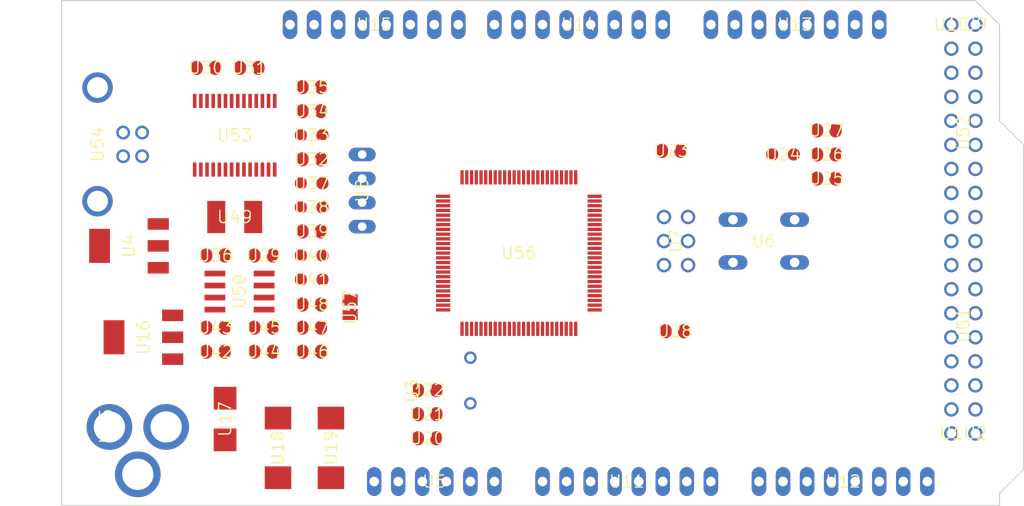
<source format=kicad_pcb>
(kicad_pcb (version 20221018) (generator pcbnew)
  (layers (0 "F.Cu" signal "Top") (31 "B.Cu" signal "Bottom") (34 "B.Paste" user) (35 "F.Paste" user) (36 "B.SilkS" user "B.Silkscreen") (37 "F.SilkS" user "F.Silkscreen") (38 "B.Mask" user) (39 "F.Mask" user) (44 "Edge.Cuts" user))
  (net 0 "")
  (net 1 "+5V")
  (net 2 "GND")
  (net 3 "N$6")
  (net 4 "N$7")
  (net 5 "AREF")
  (net 6 "RESET")
  (net 7 "VIN")
  (net 8 "N$3")
  (net 9 "PWRIN")
  (net 10 "M8RXD")
  (net 11 "M8TXD")
  (net 12 "ADC0")
  (net 13 "ADC2")
  (net 14 "ADC1")
  (net 15 "ADC3")
  (net 16 "ADC4")
  (net 17 "ADC5")
  (net 18 "ADC6")
  (net 19 "ADC7")
  (net 20 "+3V3")
  (net 21 "SDA")
  (net 22 "SCL")
  (net 23 "ADC9")
  (net 24 "ADC8")
  (net 25 "ADC10")
  (net 26 "ADC11")
  (net 27 "ADC12")
  (net 28 "ADC13")
  (net 29 "ADC14")
  (net 30 "ADC15")
  (net 31 "PB3")
  (net 32 "PB2")
  (net 33 "PB1")
  (net 34 "PB5")
  (net 35 "PB4")
  (net 36 "PE5")
  (net 37 "PE4")
  (net 38 "PE3")
  (net 39 "PE1")
  (net 40 "PE0")
  (net 41 "N$15")
  (net 42 "N$53")
  (net 43 "N$54")
  (net 44 "N$55")
  (net 45 "D-")
  (net 46 "D+")
  (net 47 "N$60")
  (net 48 "DTR")
  (net 49 "USBVCC")
  (net 50 "N$2")
  (net 51 "N$4")
  (net 52 "GATE_CMD")
  (net 53 "CMP")
  (net 54 "PB6")
  (net 55 "PH3")
  (net 56 "PH4")
  (net 57 "PH5")
  (net 58 "PH6")
  (net 59 "PG5")
  (net 60 "RXD1")
  (net 61 "TXD1")
  (net 62 "RXD2")
  (net 63 "RXD3")
  (net 64 "TXD2")
  (net 65 "TXD3")
  (net 66 "PC0")
  (net 67 "PC1")
  (net 68 "PC2")
  (net 69 "PC3")
  (net 70 "PC4")
  (net 71 "PC5")
  (net 72 "PC6")
  (net 73 "PC7")
  (net 74 "PB0")
  (net 75 "PG0")
  (net 76 "PG1")
  (net 77 "PG2")
  (net 78 "PD7")
  (net 79 "PA0")
  (net 80 "PA1")
  (net 81 "PA2")
  (net 82 "PA3")
  (net 83 "PA4")
  (net 84 "PA5")
  (net 85 "PA6")
  (net 86 "PA7")
  (net 87 "PL0")
  (net 88 "PL1")
  (net 89 "PL2")
  (net 90 "PL3")
  (net 91 "PL4")
  (net 92 "PL5")
  (net 93 "PL6")
  (net 94 "PL7")
  (net 95 "PB7")
  (net 96 "CTS")
  (net 97 "DSR")
  (net 98 "DCD")
  (net 99 "RI")
  (footprint "Arduino_MEGA_Reference_Design:2X03" (layer "F.Cu") (at 162.5981 103.7336 -90)
    (fp_text reference "U7")
    (fp_text value "")
  )
  (footprint "Arduino_MEGA_Reference_Design:1X08" (layer "F.Cu") (at 152.3111 80.8736 180)
    (fp_text reference "U14")
    (fp_text value "")
  )
  (footprint "Arduino_MEGA_Reference_Design:1X08" (layer "F.Cu") (at 130.7211 80.8736 180)
    (fp_text reference "U15")
    (fp_text value "")
  )
  (footprint "Arduino_MEGA_Reference_Design:SMC_D" (layer "F.Cu") (at 120.5611 125.5776 -90)
    (fp_text reference "U18")
    (fp_text value "")
  )
  (footprint "Arduino_MEGA_Reference_Design:SMC_D" (layer "F.Cu") (at 126.1491 125.5776 -90)
    (fp_text reference "U19")
    (fp_text value "")
  )
  (footprint "Arduino_MEGA_Reference_Design:B3F-10XX" (layer "F.Cu") (at 171.8691 103.7336 180)
    (fp_text reference "U6")
    (fp_text value "")
  )
  (footprint "Arduino_MEGA_Reference_Design:0805RND" (layer "F.Cu") (at 173.9011 94.5896 180)
    (fp_text reference "U24")
    (fp_text value "")
  )
  (footprint "Arduino_MEGA_Reference_Design:SMB" (layer "F.Cu") (at 114.9731 122.5296 -90)
    (fp_text reference "U17")
    (fp_text value "")
  )
  (footprint "Arduino_MEGA_Reference_Design:DC-21MM" (layer "F.Cu") (at 103.0351 123.2916 90)
    (fp_text reference "U55")
    (fp_text value "")
  )
  (footprint "Arduino_MEGA_Reference_Design:HC49_S" (layer "F.Cu") (at 140.8811 118.4656 90)
    (fp_text reference "U3")
    (fp_text value "")
  )
  (footprint "Arduino_MEGA_Reference_Design:SOT223" (layer "F.Cu") (at 106.3371 113.8936 90)
    (fp_text reference "U16")
    (fp_text value "")
  )
  (footprint "Arduino_MEGA_Reference_Design:1X06" (layer "F.Cu") (at 137.0711 129.1336)
    (fp_text reference "U5")
    (fp_text value "")
  )
  (footprint "Arduino_MEGA_Reference_Design:C0805RND" (layer "F.Cu") (at 124.1171 87.4776)
    (fp_text reference "U35")
    (fp_text value "")
  )
  (footprint "Arduino_MEGA_Reference_Design:C0805RND" (layer "F.Cu") (at 162.4711 113.2586)
    (fp_text reference "U28")
    (fp_text value "")
  )
  (footprint "Arduino_MEGA_Reference_Design:C0805RND" (layer "F.Cu") (at 136.3091 122.0216)
    (fp_text reference "U21")
    (fp_text value "")
  )
  (footprint "Arduino_MEGA_Reference_Design:C0805RND" (layer "F.Cu") (at 136.3091 119.4816)
    (fp_text reference "U22")
    (fp_text value "")
  )
  (footprint "Arduino_MEGA_Reference_Design:C0805RND" (layer "F.Cu") (at 113.9571 112.8776)
    (fp_text reference "U43")
    (fp_text value "")
  )
  (footprint "Arduino_MEGA_Reference_Design:RCL_0805RND" (layer "F.Cu") (at 124.1171 105.2576)
    (fp_text reference "U40")
    (fp_text value "")
  )
  (footprint "Arduino_MEGA_Reference_Design:RCL_0805RND" (layer "F.Cu") (at 124.1171 107.7976)
    (fp_text reference "U41")
    (fp_text value "")
  )
  (footprint "Arduino_MEGA_Reference_Design:1X08" (layer "F.Cu") (at 157.3911 129.1336)
    (fp_text reference "U11")
    (fp_text value "")
  )
  (footprint "Arduino_MEGA_Reference_Design:1X08" (layer "F.Cu") (at 175.1711 80.8736 180)
    (fp_text reference "U13")
    (fp_text value "")
  )
  (footprint "Arduino_MEGA_Reference_Design:R0805RND" (layer "F.Cu") (at 178.4731 94.5896 180)
    (fp_text reference "U26")
    (fp_text value "")
  )
  (footprint "Arduino_MEGA_Reference_Design:R0805RND" (layer "F.Cu") (at 178.4731 92.0496 180)
    (fp_text reference "U27")
    (fp_text value "")
  )
  (footprint "Arduino_MEGA_Reference_Design:TQFP100" (layer "F.Cu") (at 146.0010986328125 105.00360107421875 0)
    (fp_text reference "U56")
    (fp_text value "")
  )
  (footprint "Arduino_MEGA_Reference_Design:C0805RND" (layer "F.Cu") (at 162.0901 94.2086 180)
    (fp_text reference "U23")
    (fp_text value "")
  )
  (footprint "Arduino_MEGA_Reference_Design:C0805RND" (layer "F.Cu") (at 136.3091 124.5616)
    (fp_text reference "U20")
    (fp_text value "")
  )
  (footprint "Arduino_MEGA_Reference_Design:1X08" (layer "F.Cu") (at 180.2511 129.1336)
    (fp_text reference "U12")
    (fp_text value "")
  )
  (footprint "Arduino_MEGA_Reference_Design:R0805RND" (layer "F.Cu") (at 124.1171 112.8776)
    (fp_text reference "U47")
    (fp_text value "")
  )
  (footprint "Arduino_MEGA_Reference_Design:C0805RND" (layer "F.Cu") (at 124.1171 115.4176)
    (fp_text reference "U46")
    (fp_text value "")
  )
  (footprint "Arduino_MEGA_Reference_Design:C0805RND" (layer "F.Cu") (at 113.9571 105.2576)
    (fp_text reference "U36")
    (fp_text value "")
  )
  (footprint "Arduino_MEGA_Reference_Design:C0805RND" (layer "F.Cu") (at 112.9411 85.4456)
    (fp_text reference "U30")
    (fp_text value "")
  )
  (footprint "Arduino_MEGA_Reference_Design:0805RND" (layer "F.Cu") (at 124.1171 100.1776 180)
    (fp_text reference "U38")
    (fp_text value "")
  )
  (footprint "Arduino_MEGA_Reference_Design:0805RND" (layer "F.Cu") (at 124.1171 97.6376 180)
    (fp_text reference "U37")
    (fp_text value "")
  )
  (footprint "Arduino_MEGA_Reference_Design:R0805RND" (layer "F.Cu") (at 124.1171 95.0976)
    (fp_text reference "U32")
    (fp_text value "")
  )
  (footprint "Arduino_MEGA_Reference_Design:R0805RND" (layer "F.Cu") (at 124.1171 102.7176)
    (fp_text reference "U39")
    (fp_text value "")
  )
  (footprint "Arduino_MEGA_Reference_Design:SSOP28" (layer "F.Cu") (at 115.9891 92.5576)
    (fp_text reference "U53")
    (fp_text value "")
  )
  (footprint "Arduino_MEGA_Reference_Design:PN61729" (layer "F.Cu") (at 98.9584 93.5228 -90)
    (fp_text reference "U54")
    (fp_text value "")
  )
  (footprint "Arduino_MEGA_Reference_Design:L1812" (layer "F.Cu") (at 115.9891 101.1936)
    (fp_text reference "U49")
    (fp_text value "")
  )
  (footprint "Arduino_MEGA_Reference_Design:C0805RND" (layer "F.Cu") (at 117.5131 85.4456)
    (fp_text reference "U31")
    (fp_text value "")
  )
  (footprint "Arduino_MEGA_Reference_Design:0805RND" (layer "F.Cu") (at 124.1171 92.5576 180)
    (fp_text reference "U33")
    (fp_text value "")
  )
  (footprint "Arduino_MEGA_Reference_Design:R0805RND" (layer "F.Cu") (at 124.1171 90.0176 180)
    (fp_text reference "U34")
    (fp_text value "")
  )
  (footprint "Arduino_MEGA_Reference_Design:C0805RND" (layer "F.Cu") (at 124.1171 110.4392 180)
    (fp_text reference "U48")
    (fp_text value "")
  )
  (footprint "Arduino_MEGA_Reference_Design:SOT223" (layer "F.Cu") (at 104.8131 104.2416 90)
    (fp_text reference "U4")
    (fp_text value "")
  )
  (footprint "Arduino_MEGA_Reference_Design:SO08" (layer "F.Cu") (at 116.4971 109.0676 -90)
    (fp_text reference "U50")
    (fp_text value "")
  )
  (footprint "Arduino_MEGA_Reference_Design:R0805RND" (layer "F.Cu") (at 113.9571 115.4176 180)
    (fp_text reference "U42")
    (fp_text value "")
  )
  (footprint "Arduino_MEGA_Reference_Design:R0805RND" (layer "F.Cu") (at 119.0371 112.8776 180)
    (fp_text reference "U45")
    (fp_text value "")
  )
  (footprint "Arduino_MEGA_Reference_Design:C0805RND" (layer "F.Cu") (at 119.0371 115.4176 180)
    (fp_text reference "U44")
    (fp_text value "")
  )
  (footprint "Arduino_MEGA_Reference_Design:C0805RND" (layer "F.Cu") (at 119.0371 105.2576)
    (fp_text reference "U29")
    (fp_text value "")
  )
  (footprint "Arduino_MEGA_Reference_Design:2X08" (layer "F.Cu") (at 192.9511 92.3036 90)
    (fp_text reference "U52")
    (fp_text value "")
  )
  (footprint "Arduino_MEGA_Reference_Design:2X08" (layer "F.Cu") (at 192.9511 112.6236 90)
    (fp_text reference "U51")
    (fp_text value "")
  )
  (footprint "Arduino_MEGA_Reference_Design:R0805RND" (layer "F.Cu") (at 178.4731 97.1296 180)
    (fp_text reference "U25")
    (fp_text value "")
  )
  (footprint "Arduino_MEGA_Reference_Design:1X01" (layer "F.Cu") (at 191.6811 80.8736)
    (fp_text reference "U10")
    (fp_text value "")
  )
  (footprint "Arduino_MEGA_Reference_Design:1X01" (layer "F.Cu") (at 194.2211 80.8736)
    (fp_text reference "U9")
    (fp_text value "")
  )
  (footprint "Arduino_MEGA_Reference_Design:1X01" (layer "F.Cu") (at 191.6811 124.0536)
    (fp_text reference "U1")
    (fp_text value "")
  )
  (footprint "Arduino_MEGA_Reference_Design:1X01" (layer "F.Cu") (at 194.2211 124.0536)
    (fp_text reference "U2")
    (fp_text value "")
  )
  (footprint "Arduino_MEGA_Reference_Design:SJ" (layer "F.Cu") (at 128.1811 110.7186 -90)
    (fp_text reference "U57")
    (fp_text value "")
  )
  (footprint "Arduino_MEGA_Reference_Design:JP4" (layer "F.Cu") (at 129.4511 98.3996 -90)
    (fp_text reference "U8")
    (fp_text value "")
  )
  (gr_line (start 196.7611 80.8736) (end 196.7611 91.0336) (layer "Edge.Cuts") (width 0.12))
  (gr_line (start 196.7611 130.4036) (end 196.7611 131.6736) (layer "Edge.Cuts") (width 0.12))
  (gr_line (start 194.2211 78.3336) (end 196.7611 80.8736) (layer "Edge.Cuts") (width 0.12))
  (gr_line (start 97.7011 78.3336) (end 194.2211 78.3336) (layer "Edge.Cuts") (width 0.12))
  (gr_line (start 196.7611 91.0336) (end 199.3011 93.5736) (layer "Edge.Cuts") (width 0.12))
  (gr_line (start 97.7011 131.6736) (end 97.7011 78.3336) (layer "Edge.Cuts") (width 0.12))
  (gr_line (start 196.7611 131.6736) (end 97.7011 131.6736) (layer "Edge.Cuts") (width 0.12))
  (gr_line (start 199.3011 93.5736) (end 199.3011 127.8636) (layer "Edge.Cuts") (width 0.12))
  (gr_line (start 199.3011 127.8636) (end 196.7611 130.4036) (layer "Edge.Cuts") (width 0.12))
)
</source>
